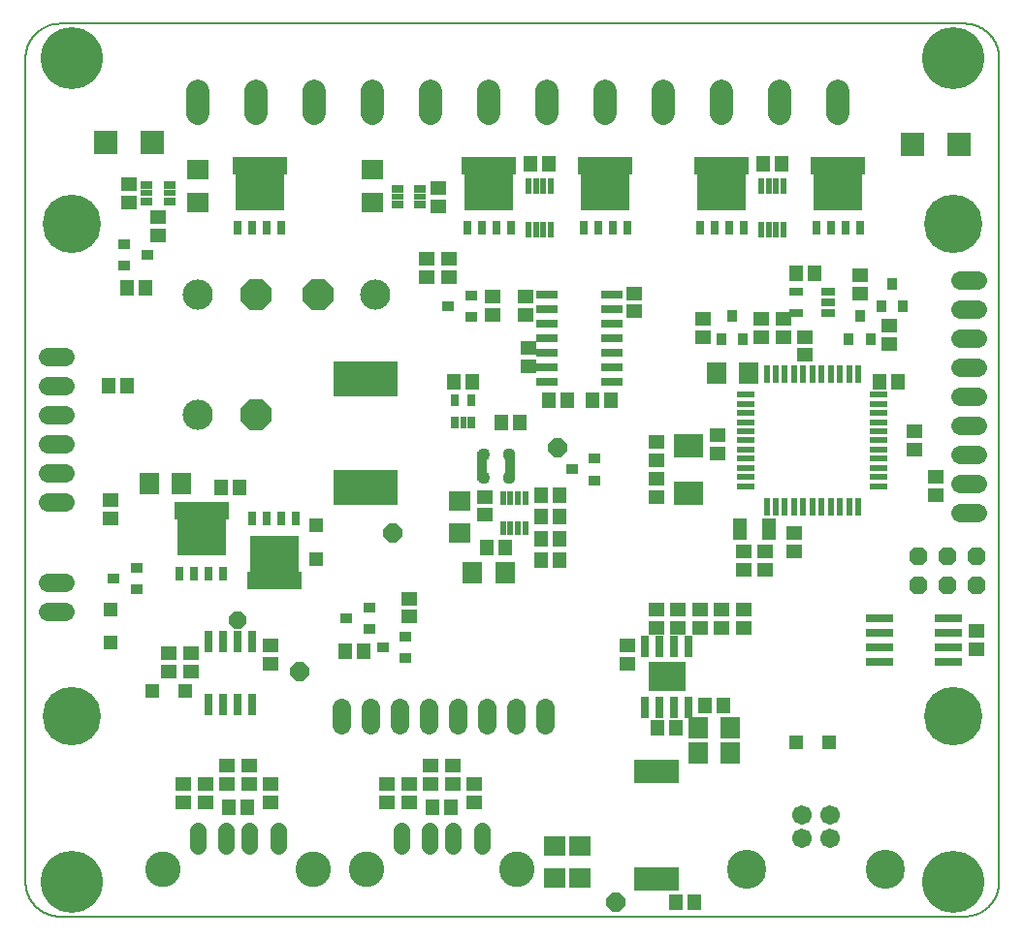
<source format=gts>
G75*
%MOIN*%
%OFA0B0*%
%FSLAX25Y25*%
%IPPOS*%
%LPD*%
%AMOC8*
5,1,8,0,0,1.08239X$1,22.5*
%
%ADD10R,0.03156X0.04928*%
%ADD11R,0.16935X0.12605*%
%ADD12R,0.18904X0.06306*%
%ADD13R,0.04362X0.04362*%
%ADD14R,0.04731X0.04731*%
%ADD15R,0.22054X0.12211*%
%ADD16C,0.10400*%
%ADD17OC8,0.10400*%
%ADD18R,0.05518X0.04731*%
%ADD19R,0.04731X0.05518*%
%ADD20R,0.07498X0.06699*%
%ADD21R,0.03943X0.02762*%
%ADD22R,0.03943X0.01975*%
%ADD23R,0.03156X0.07290*%
%ADD24R,0.07290X0.03156*%
%ADD25C,0.06699*%
%ADD26C,0.13455*%
%ADD27R,0.02172X0.04731*%
%ADD28R,0.03550X0.09849*%
%ADD29C,0.04362*%
%ADD30C,0.03575*%
%ADD31R,0.06699X0.07487*%
%ADD32R,0.07487X0.06699*%
%ADD33R,0.04337X0.03550*%
%ADD34R,0.05124X0.07487*%
%ADD35R,0.15361X0.08274*%
%ADD36R,0.02762X0.03943*%
%ADD37R,0.01975X0.03943*%
%ADD38C,0.05518*%
%ADD39C,0.12211*%
%ADD40R,0.03550X0.04337*%
%ADD41R,0.06306X0.02369*%
%ADD42R,0.02369X0.06306*%
%ADD43R,0.09849X0.07880*%
%ADD44C,0.06306*%
%ADD45R,0.04731X0.02762*%
%ADD46R,0.01975X0.05518*%
%ADD47C,0.08077*%
%ADD48C,0.21329*%
%ADD49C,0.00787*%
%ADD50C,0.20085*%
%ADD51R,0.12605X0.09849*%
%ADD52R,0.08274X0.08274*%
%ADD53R,0.09258X0.03156*%
%ADD54OC8,0.06306*%
%ADD55OC8,0.06400*%
%ADD56OC8,0.05715*%
D10*
X0117028Y0146644D03*
X0122028Y0146644D03*
X0127028Y0146644D03*
X0132028Y0146644D03*
X0142028Y0165600D03*
X0147028Y0165600D03*
X0152028Y0165600D03*
X0157028Y0165600D03*
X0152028Y0265394D03*
X0147028Y0265394D03*
X0142028Y0265394D03*
X0137028Y0265394D03*
X0215778Y0265394D03*
X0220778Y0265394D03*
X0225778Y0265394D03*
X0230778Y0265394D03*
X0255778Y0265394D03*
X0260778Y0265394D03*
X0265778Y0265394D03*
X0270778Y0265394D03*
X0295778Y0265394D03*
X0300778Y0265394D03*
X0305778Y0265394D03*
X0310778Y0265394D03*
X0335778Y0265394D03*
X0340778Y0265394D03*
X0345778Y0265394D03*
X0350778Y0265394D03*
D11*
X0343278Y0277894D03*
X0303278Y0277894D03*
X0263278Y0277894D03*
X0223278Y0277894D03*
X0144528Y0277894D03*
X0124528Y0159144D03*
X0149528Y0153100D03*
D12*
X0149528Y0144045D03*
X0124528Y0168199D03*
X0144528Y0286949D03*
X0223278Y0286949D03*
X0263278Y0286949D03*
X0303278Y0286949D03*
X0343278Y0286949D03*
D13*
X0343278Y0285571D03*
X0348789Y0285571D03*
X0348789Y0280059D03*
X0343278Y0280059D03*
X0337766Y0280059D03*
X0337766Y0285571D03*
X0337766Y0274547D03*
X0343278Y0274547D03*
X0348789Y0274547D03*
X0308789Y0274547D03*
X0303278Y0274547D03*
X0303278Y0280059D03*
X0308789Y0280059D03*
X0308789Y0285571D03*
X0303278Y0285571D03*
X0297766Y0285571D03*
X0297766Y0280059D03*
X0297766Y0274547D03*
X0268789Y0274547D03*
X0263278Y0274547D03*
X0257766Y0274547D03*
X0257766Y0280059D03*
X0263278Y0280059D03*
X0268789Y0280059D03*
X0268789Y0285571D03*
X0263278Y0285571D03*
X0257766Y0285571D03*
X0228789Y0285571D03*
X0223278Y0285571D03*
X0223278Y0280059D03*
X0228789Y0280059D03*
X0228789Y0274547D03*
X0223278Y0274547D03*
X0217766Y0274547D03*
X0217766Y0280059D03*
X0217766Y0285571D03*
X0150039Y0285571D03*
X0144528Y0285571D03*
X0144528Y0280059D03*
X0150039Y0280059D03*
X0150039Y0274547D03*
X0144528Y0274547D03*
X0139016Y0274547D03*
X0139016Y0280059D03*
X0139016Y0285571D03*
X0174872Y0216526D03*
X0180778Y0216526D03*
X0186683Y0216526D03*
X0186683Y0210620D03*
X0180778Y0210620D03*
X0174872Y0210620D03*
X0174872Y0179124D03*
X0174872Y0173219D03*
X0180778Y0173219D03*
X0180778Y0179124D03*
X0186683Y0179124D03*
X0186683Y0173219D03*
X0155039Y0156447D03*
X0149528Y0156447D03*
X0149528Y0150935D03*
X0155039Y0150935D03*
X0155039Y0145423D03*
X0149528Y0145423D03*
X0144016Y0145423D03*
X0144016Y0150935D03*
X0144016Y0156447D03*
X0130039Y0155797D03*
X0124528Y0155797D03*
X0124528Y0161309D03*
X0130039Y0161309D03*
X0130039Y0166821D03*
X0124528Y0166821D03*
X0119016Y0166821D03*
X0119016Y0161309D03*
X0119016Y0155797D03*
X0276053Y0078770D03*
X0280778Y0078770D03*
X0285502Y0078770D03*
X0284528Y0108760D03*
X0288465Y0108760D03*
X0288465Y0113484D03*
X0284528Y0113484D03*
X0280591Y0113484D03*
X0280591Y0108760D03*
X0280778Y0040974D03*
X0285502Y0040974D03*
X0276053Y0040974D03*
D14*
X0328819Y0088622D03*
X0340236Y0088622D03*
X0163903Y0151663D03*
X0163903Y0163081D03*
X0118986Y0106122D03*
X0107569Y0106122D03*
X0093278Y0122913D03*
X0093278Y0134331D03*
D15*
X0180778Y0176171D03*
X0180778Y0213573D03*
D16*
X0184370Y0242372D03*
X0123435Y0242372D03*
X0123435Y0201122D03*
D17*
X0143120Y0201122D03*
X0143120Y0242372D03*
X0164685Y0242372D03*
D18*
X0202028Y0248597D03*
X0202028Y0254897D03*
X0209528Y0254897D03*
X0209528Y0248597D03*
X0224528Y0241772D03*
X0224528Y0235472D03*
X0235778Y0235472D03*
X0235778Y0241772D03*
X0237028Y0224272D03*
X0237028Y0217972D03*
X0273278Y0236722D03*
X0273278Y0243022D03*
X0297028Y0234272D03*
X0297028Y0227972D03*
X0317028Y0227972D03*
X0324528Y0227972D03*
X0324528Y0234272D03*
X0317028Y0234272D03*
X0332028Y0228022D03*
X0332028Y0221722D03*
X0350778Y0242972D03*
X0350778Y0249272D03*
X0360778Y0231772D03*
X0360778Y0225472D03*
X0369528Y0195522D03*
X0369528Y0189222D03*
X0377028Y0179897D03*
X0377028Y0173597D03*
X0328278Y0160522D03*
X0328278Y0154222D03*
X0318278Y0154272D03*
X0318278Y0147972D03*
X0310778Y0147972D03*
X0310778Y0154272D03*
X0310778Y0134272D03*
X0303278Y0134272D03*
X0303278Y0127972D03*
X0310778Y0127972D03*
X0295778Y0127972D03*
X0295778Y0134272D03*
X0288278Y0134272D03*
X0280778Y0134272D03*
X0280778Y0127972D03*
X0288278Y0127972D03*
X0270778Y0121772D03*
X0270778Y0115472D03*
X0218278Y0074272D03*
X0218278Y0067972D03*
X0210778Y0074222D03*
X0203278Y0074222D03*
X0203278Y0080522D03*
X0210778Y0080522D03*
X0195778Y0074272D03*
X0188278Y0074272D03*
X0188278Y0067972D03*
X0195778Y0067972D03*
X0148278Y0067972D03*
X0148278Y0074272D03*
X0140778Y0074222D03*
X0133278Y0074222D03*
X0133278Y0080522D03*
X0140778Y0080522D03*
X0125778Y0074272D03*
X0125778Y0067972D03*
X0118278Y0067972D03*
X0118278Y0074272D03*
X0120778Y0112972D03*
X0120778Y0119272D03*
X0113278Y0119272D03*
X0113278Y0112972D03*
X0148278Y0115472D03*
X0148278Y0121772D03*
X0195778Y0131722D03*
X0195778Y0138022D03*
X0222028Y0166722D03*
X0222028Y0173022D03*
X0280778Y0172972D03*
X0280778Y0179272D03*
X0280778Y0185472D03*
X0280778Y0191772D03*
X0302028Y0194272D03*
X0302028Y0187972D03*
X0390778Y0126772D03*
X0390778Y0120472D03*
X0205778Y0272972D03*
X0205778Y0279272D03*
X0109528Y0269272D03*
X0109528Y0262972D03*
X0099528Y0274222D03*
X0099528Y0280522D03*
X0093278Y0171772D03*
X0093278Y0165472D03*
D19*
X0131378Y0176122D03*
X0137677Y0176122D03*
X0098927Y0211122D03*
X0092628Y0211122D03*
X0098878Y0244872D03*
X0105177Y0244872D03*
X0211378Y0212372D03*
X0217677Y0212372D03*
X0227628Y0198622D03*
X0233927Y0198622D03*
X0243878Y0206122D03*
X0250177Y0206122D03*
X0258878Y0206122D03*
X0265177Y0206122D03*
X0247677Y0173622D03*
X0241378Y0173622D03*
X0241378Y0166122D03*
X0247677Y0166122D03*
X0247677Y0158622D03*
X0241378Y0158622D03*
X0241378Y0151122D03*
X0247677Y0151122D03*
X0228927Y0155497D03*
X0222628Y0155497D03*
X0180177Y0119872D03*
X0173878Y0119872D03*
X0203878Y0066122D03*
X0210177Y0066122D03*
X0140177Y0066122D03*
X0133878Y0066122D03*
X0281378Y0093622D03*
X0287677Y0093622D03*
X0297628Y0101122D03*
X0303927Y0101122D03*
X0293927Y0033622D03*
X0287628Y0033622D03*
X0357628Y0212372D03*
X0363927Y0212372D03*
X0335177Y0249872D03*
X0328878Y0249872D03*
X0323927Y0287372D03*
X0317628Y0287372D03*
X0243927Y0287372D03*
X0237628Y0287372D03*
D20*
X0183278Y0285470D03*
X0183278Y0274274D03*
X0123278Y0274274D03*
X0123278Y0285470D03*
D21*
X0113465Y0280128D03*
X0105591Y0280128D03*
X0105591Y0274616D03*
X0113465Y0274616D03*
X0191841Y0273366D03*
X0191841Y0278878D03*
X0199715Y0278878D03*
X0199715Y0273366D03*
D22*
X0199715Y0276122D03*
X0191841Y0276122D03*
X0113465Y0277372D03*
X0105591Y0277372D03*
D23*
X0127028Y0123199D03*
X0132028Y0123199D03*
X0137028Y0123199D03*
X0142028Y0123199D03*
X0142028Y0101545D03*
X0137028Y0101545D03*
X0132028Y0101545D03*
X0127028Y0101545D03*
X0277028Y0100689D03*
X0282028Y0100689D03*
X0287028Y0100689D03*
X0292028Y0100689D03*
X0292028Y0121555D03*
X0287028Y0121555D03*
X0282028Y0121555D03*
X0277028Y0121555D03*
D24*
X0265650Y0212372D03*
X0265650Y0217372D03*
X0265650Y0222372D03*
X0265650Y0227372D03*
X0265650Y0232372D03*
X0265650Y0237372D03*
X0265650Y0242372D03*
X0243406Y0242372D03*
X0243406Y0237372D03*
X0243406Y0232372D03*
X0243406Y0227372D03*
X0243406Y0222372D03*
X0243406Y0217372D03*
X0243406Y0212372D03*
D25*
X0330856Y0063415D03*
X0330856Y0055541D03*
X0340699Y0055541D03*
X0340699Y0063415D03*
D26*
X0359478Y0044872D03*
X0312077Y0044872D03*
D27*
X0235866Y0162254D03*
X0233307Y0162254D03*
X0230748Y0162254D03*
X0228189Y0162254D03*
X0228189Y0172490D03*
X0230748Y0172490D03*
X0233307Y0172490D03*
X0235866Y0172490D03*
D28*
X0230699Y0183622D03*
X0220856Y0183425D03*
D29*
X0221447Y0179685D03*
X0221447Y0187559D03*
X0230108Y0187559D03*
X0230108Y0179685D03*
D30*
X0230699Y0183622D03*
X0220856Y0183622D03*
D31*
X0217766Y0146747D03*
X0228789Y0146747D03*
X0295266Y0093622D03*
X0295266Y0084872D03*
X0306289Y0084872D03*
X0306289Y0093622D03*
X0301516Y0215497D03*
X0312539Y0215497D03*
X0117539Y0177372D03*
X0106516Y0177372D03*
D32*
X0213278Y0171634D03*
X0213278Y0160610D03*
X0245778Y0052884D03*
X0254528Y0052884D03*
X0254528Y0041860D03*
X0245778Y0041860D03*
D33*
X0194715Y0117382D03*
X0194715Y0124862D03*
X0186841Y0121122D03*
X0182215Y0127382D03*
X0182215Y0134862D03*
X0174341Y0131122D03*
X0102215Y0141132D03*
X0102215Y0148612D03*
X0094341Y0144872D03*
X0209341Y0238622D03*
X0217215Y0234882D03*
X0217215Y0242362D03*
X0259715Y0186112D03*
X0259715Y0178632D03*
X0251841Y0182372D03*
X0105965Y0256122D03*
X0098091Y0252382D03*
X0098091Y0259862D03*
D34*
X0309606Y0161747D03*
X0319449Y0161747D03*
D35*
X0280778Y0078376D03*
X0280778Y0041368D03*
D36*
X0217283Y0198435D03*
X0211772Y0198435D03*
X0211772Y0206309D03*
X0217283Y0206309D03*
D37*
X0214528Y0198435D03*
D38*
X0210965Y0058100D02*
X0210965Y0052982D01*
X0203091Y0052982D02*
X0203091Y0058100D01*
X0193248Y0058100D02*
X0193248Y0052982D01*
X0220807Y0052982D02*
X0220807Y0058100D01*
X0150807Y0058100D02*
X0150807Y0052982D01*
X0140965Y0052982D02*
X0140965Y0058100D01*
X0133091Y0058100D02*
X0133091Y0052982D01*
X0123248Y0052982D02*
X0123248Y0058100D01*
D39*
X0111161Y0044872D03*
X0162894Y0044872D03*
X0181161Y0044872D03*
X0232894Y0044872D03*
D40*
X0303287Y0227185D03*
X0310768Y0227185D03*
X0307028Y0235059D03*
X0347037Y0227185D03*
X0354518Y0227185D03*
X0350778Y0235059D03*
X0358287Y0238435D03*
X0365768Y0238435D03*
X0362028Y0246309D03*
D41*
X0357362Y0208120D03*
X0357362Y0204970D03*
X0357362Y0201821D03*
X0357362Y0198671D03*
X0357362Y0195522D03*
X0357362Y0192372D03*
X0357362Y0189222D03*
X0357362Y0186073D03*
X0357362Y0182923D03*
X0357362Y0179774D03*
X0357362Y0176624D03*
X0311693Y0176624D03*
X0311693Y0179774D03*
X0311693Y0182923D03*
X0311693Y0186073D03*
X0311693Y0189222D03*
X0311693Y0192372D03*
X0311693Y0195522D03*
X0311693Y0198671D03*
X0311693Y0201821D03*
X0311693Y0204970D03*
X0311693Y0208120D03*
D42*
X0318780Y0215207D03*
X0321929Y0215207D03*
X0325079Y0215207D03*
X0328228Y0215207D03*
X0331378Y0215207D03*
X0334528Y0215207D03*
X0337677Y0215207D03*
X0340827Y0215207D03*
X0343976Y0215207D03*
X0347126Y0215207D03*
X0350276Y0215207D03*
X0350276Y0169537D03*
X0347126Y0169537D03*
X0343976Y0169537D03*
X0340827Y0169537D03*
X0337677Y0169537D03*
X0334528Y0169537D03*
X0331378Y0169537D03*
X0328228Y0169537D03*
X0325079Y0169537D03*
X0321929Y0169537D03*
X0318780Y0169537D03*
D43*
X0292028Y0174301D03*
X0292028Y0190443D03*
D44*
X0385325Y0187372D02*
X0391230Y0187372D01*
X0391230Y0197372D02*
X0385325Y0197372D01*
X0385325Y0207372D02*
X0391230Y0207372D01*
X0391230Y0217372D02*
X0385325Y0217372D01*
X0385325Y0227372D02*
X0391230Y0227372D01*
X0391230Y0237372D02*
X0385325Y0237372D01*
X0385325Y0247372D02*
X0391230Y0247372D01*
X0391230Y0177372D02*
X0385325Y0177372D01*
X0385325Y0167372D02*
X0391230Y0167372D01*
X0242756Y0100472D02*
X0242756Y0094567D01*
X0232756Y0094567D02*
X0232756Y0100472D01*
X0222756Y0100472D02*
X0222756Y0094567D01*
X0212756Y0094567D02*
X0212756Y0100472D01*
X0202756Y0100472D02*
X0202756Y0094567D01*
X0192756Y0094567D02*
X0192756Y0100472D01*
X0182756Y0100472D02*
X0182756Y0094567D01*
X0172756Y0094567D02*
X0172756Y0100472D01*
X0077480Y0133622D02*
X0071575Y0133622D01*
X0071575Y0143622D02*
X0077480Y0143622D01*
X0077480Y0171122D02*
X0071575Y0171122D01*
X0071575Y0181122D02*
X0077480Y0181122D01*
X0077480Y0191122D02*
X0071575Y0191122D01*
X0071575Y0201122D02*
X0077480Y0201122D01*
X0077480Y0211122D02*
X0071575Y0211122D01*
X0071575Y0221122D02*
X0077480Y0221122D01*
D45*
X0329016Y0236132D03*
X0329016Y0243612D03*
X0340039Y0243612D03*
X0340039Y0239872D03*
X0340039Y0236132D03*
D46*
X0324616Y0264892D03*
X0322057Y0264892D03*
X0319498Y0264892D03*
X0316939Y0264892D03*
X0316939Y0279852D03*
X0319498Y0279852D03*
X0322057Y0279852D03*
X0324616Y0279852D03*
X0244616Y0279852D03*
X0242057Y0279852D03*
X0239498Y0279852D03*
X0236939Y0279852D03*
X0236939Y0264892D03*
X0239498Y0264892D03*
X0242057Y0264892D03*
X0244616Y0264892D03*
D47*
X0243278Y0304783D02*
X0243278Y0312461D01*
X0263278Y0312461D02*
X0263278Y0304783D01*
X0283278Y0304783D02*
X0283278Y0312461D01*
X0303278Y0312461D02*
X0303278Y0304783D01*
X0323278Y0304783D02*
X0323278Y0312461D01*
X0343278Y0312461D02*
X0343278Y0304783D01*
X0223278Y0304783D02*
X0223278Y0312461D01*
X0203278Y0312461D02*
X0203278Y0304783D01*
X0183278Y0304783D02*
X0183278Y0312461D01*
X0163278Y0312461D02*
X0163278Y0304783D01*
X0143278Y0304783D02*
X0143278Y0312461D01*
X0123278Y0312461D02*
X0123278Y0304783D01*
D48*
X0079803Y0323898D03*
X0382953Y0323898D03*
X0382953Y0040433D03*
X0079803Y0040433D03*
D49*
X0064055Y0040433D02*
X0064055Y0323898D01*
X0064058Y0324183D01*
X0064069Y0324469D01*
X0064086Y0324754D01*
X0064110Y0325038D01*
X0064141Y0325322D01*
X0064179Y0325605D01*
X0064224Y0325886D01*
X0064275Y0326167D01*
X0064333Y0326447D01*
X0064398Y0326725D01*
X0064470Y0327001D01*
X0064548Y0327275D01*
X0064633Y0327548D01*
X0064725Y0327818D01*
X0064823Y0328086D01*
X0064927Y0328352D01*
X0065038Y0328615D01*
X0065155Y0328875D01*
X0065278Y0329133D01*
X0065408Y0329387D01*
X0065544Y0329638D01*
X0065685Y0329886D01*
X0065833Y0330130D01*
X0065986Y0330371D01*
X0066146Y0330607D01*
X0066311Y0330840D01*
X0066481Y0331069D01*
X0066657Y0331294D01*
X0066839Y0331514D01*
X0067025Y0331730D01*
X0067217Y0331941D01*
X0067414Y0332148D01*
X0067616Y0332350D01*
X0067823Y0332547D01*
X0068034Y0332739D01*
X0068250Y0332925D01*
X0068470Y0333107D01*
X0068695Y0333283D01*
X0068924Y0333453D01*
X0069157Y0333618D01*
X0069393Y0333778D01*
X0069634Y0333931D01*
X0069878Y0334079D01*
X0070126Y0334220D01*
X0070377Y0334356D01*
X0070631Y0334486D01*
X0070889Y0334609D01*
X0071149Y0334726D01*
X0071412Y0334837D01*
X0071678Y0334941D01*
X0071946Y0335039D01*
X0072216Y0335131D01*
X0072489Y0335216D01*
X0072763Y0335294D01*
X0073039Y0335366D01*
X0073317Y0335431D01*
X0073597Y0335489D01*
X0073878Y0335540D01*
X0074159Y0335585D01*
X0074442Y0335623D01*
X0074726Y0335654D01*
X0075010Y0335678D01*
X0075295Y0335695D01*
X0075581Y0335706D01*
X0075866Y0335709D01*
X0386890Y0335709D01*
X0387175Y0335706D01*
X0387461Y0335695D01*
X0387746Y0335678D01*
X0388030Y0335654D01*
X0388314Y0335623D01*
X0388597Y0335585D01*
X0388878Y0335540D01*
X0389159Y0335489D01*
X0389439Y0335431D01*
X0389717Y0335366D01*
X0389993Y0335294D01*
X0390267Y0335216D01*
X0390540Y0335131D01*
X0390810Y0335039D01*
X0391078Y0334941D01*
X0391344Y0334837D01*
X0391607Y0334726D01*
X0391867Y0334609D01*
X0392125Y0334486D01*
X0392379Y0334356D01*
X0392630Y0334220D01*
X0392878Y0334079D01*
X0393122Y0333931D01*
X0393363Y0333778D01*
X0393599Y0333618D01*
X0393832Y0333453D01*
X0394061Y0333283D01*
X0394286Y0333107D01*
X0394506Y0332925D01*
X0394722Y0332739D01*
X0394933Y0332547D01*
X0395140Y0332350D01*
X0395342Y0332148D01*
X0395539Y0331941D01*
X0395731Y0331730D01*
X0395917Y0331514D01*
X0396099Y0331294D01*
X0396275Y0331069D01*
X0396445Y0330840D01*
X0396610Y0330607D01*
X0396770Y0330371D01*
X0396923Y0330130D01*
X0397071Y0329886D01*
X0397212Y0329638D01*
X0397348Y0329387D01*
X0397478Y0329133D01*
X0397601Y0328875D01*
X0397718Y0328615D01*
X0397829Y0328352D01*
X0397933Y0328086D01*
X0398031Y0327818D01*
X0398123Y0327548D01*
X0398208Y0327275D01*
X0398286Y0327001D01*
X0398358Y0326725D01*
X0398423Y0326447D01*
X0398481Y0326167D01*
X0398532Y0325886D01*
X0398577Y0325605D01*
X0398615Y0325322D01*
X0398646Y0325038D01*
X0398670Y0324754D01*
X0398687Y0324469D01*
X0398698Y0324183D01*
X0398701Y0323898D01*
X0398701Y0040433D01*
X0398698Y0040148D01*
X0398687Y0039862D01*
X0398670Y0039577D01*
X0398646Y0039293D01*
X0398615Y0039009D01*
X0398577Y0038726D01*
X0398532Y0038445D01*
X0398481Y0038164D01*
X0398423Y0037884D01*
X0398358Y0037606D01*
X0398286Y0037330D01*
X0398208Y0037056D01*
X0398123Y0036783D01*
X0398031Y0036513D01*
X0397933Y0036245D01*
X0397829Y0035979D01*
X0397718Y0035716D01*
X0397601Y0035456D01*
X0397478Y0035198D01*
X0397348Y0034944D01*
X0397212Y0034693D01*
X0397071Y0034445D01*
X0396923Y0034201D01*
X0396770Y0033960D01*
X0396610Y0033724D01*
X0396445Y0033491D01*
X0396275Y0033262D01*
X0396099Y0033037D01*
X0395917Y0032817D01*
X0395731Y0032601D01*
X0395539Y0032390D01*
X0395342Y0032183D01*
X0395140Y0031981D01*
X0394933Y0031784D01*
X0394722Y0031592D01*
X0394506Y0031406D01*
X0394286Y0031224D01*
X0394061Y0031048D01*
X0393832Y0030878D01*
X0393599Y0030713D01*
X0393363Y0030553D01*
X0393122Y0030400D01*
X0392878Y0030252D01*
X0392630Y0030111D01*
X0392379Y0029975D01*
X0392125Y0029845D01*
X0391867Y0029722D01*
X0391607Y0029605D01*
X0391344Y0029494D01*
X0391078Y0029390D01*
X0390810Y0029292D01*
X0390540Y0029200D01*
X0390267Y0029115D01*
X0389993Y0029037D01*
X0389717Y0028965D01*
X0389439Y0028900D01*
X0389159Y0028842D01*
X0388878Y0028791D01*
X0388597Y0028746D01*
X0388314Y0028708D01*
X0388030Y0028677D01*
X0387746Y0028653D01*
X0387461Y0028636D01*
X0387175Y0028625D01*
X0386890Y0028622D01*
X0075866Y0028622D01*
X0075581Y0028625D01*
X0075295Y0028636D01*
X0075010Y0028653D01*
X0074726Y0028677D01*
X0074442Y0028708D01*
X0074159Y0028746D01*
X0073878Y0028791D01*
X0073597Y0028842D01*
X0073317Y0028900D01*
X0073039Y0028965D01*
X0072763Y0029037D01*
X0072489Y0029115D01*
X0072216Y0029200D01*
X0071946Y0029292D01*
X0071678Y0029390D01*
X0071412Y0029494D01*
X0071149Y0029605D01*
X0070889Y0029722D01*
X0070631Y0029845D01*
X0070377Y0029975D01*
X0070126Y0030111D01*
X0069878Y0030252D01*
X0069634Y0030400D01*
X0069393Y0030553D01*
X0069157Y0030713D01*
X0068924Y0030878D01*
X0068695Y0031048D01*
X0068470Y0031224D01*
X0068250Y0031406D01*
X0068034Y0031592D01*
X0067823Y0031784D01*
X0067616Y0031981D01*
X0067414Y0032183D01*
X0067217Y0032390D01*
X0067025Y0032601D01*
X0066839Y0032817D01*
X0066657Y0033037D01*
X0066481Y0033262D01*
X0066311Y0033491D01*
X0066146Y0033724D01*
X0065986Y0033960D01*
X0065833Y0034201D01*
X0065685Y0034445D01*
X0065544Y0034693D01*
X0065408Y0034944D01*
X0065278Y0035198D01*
X0065155Y0035456D01*
X0065038Y0035716D01*
X0064927Y0035979D01*
X0064823Y0036245D01*
X0064725Y0036513D01*
X0064633Y0036783D01*
X0064548Y0037056D01*
X0064470Y0037330D01*
X0064398Y0037606D01*
X0064333Y0037884D01*
X0064275Y0038164D01*
X0064224Y0038445D01*
X0064179Y0038726D01*
X0064141Y0039009D01*
X0064110Y0039293D01*
X0064086Y0039577D01*
X0064069Y0039862D01*
X0064058Y0040148D01*
X0064055Y0040433D01*
D50*
X0079803Y0097520D03*
X0079803Y0266811D03*
X0382953Y0266811D03*
X0382953Y0097520D03*
D51*
X0284528Y0111122D03*
D52*
X0368957Y0294247D03*
X0385098Y0294247D03*
X0107598Y0294872D03*
X0091457Y0294872D03*
D53*
X0357717Y0131122D03*
X0357717Y0126122D03*
X0357717Y0121122D03*
X0357717Y0116122D03*
X0381339Y0116122D03*
X0381339Y0121122D03*
X0381339Y0126122D03*
X0381339Y0131122D03*
D54*
X0380778Y0142372D03*
X0380778Y0152372D03*
X0370778Y0152372D03*
X0370778Y0142372D03*
X0390778Y0142372D03*
X0390778Y0152372D03*
D55*
X0267028Y0033622D03*
X0158278Y0112997D03*
X0190153Y0160497D03*
X0247028Y0189872D03*
D56*
X0137028Y0130497D03*
M02*

</source>
